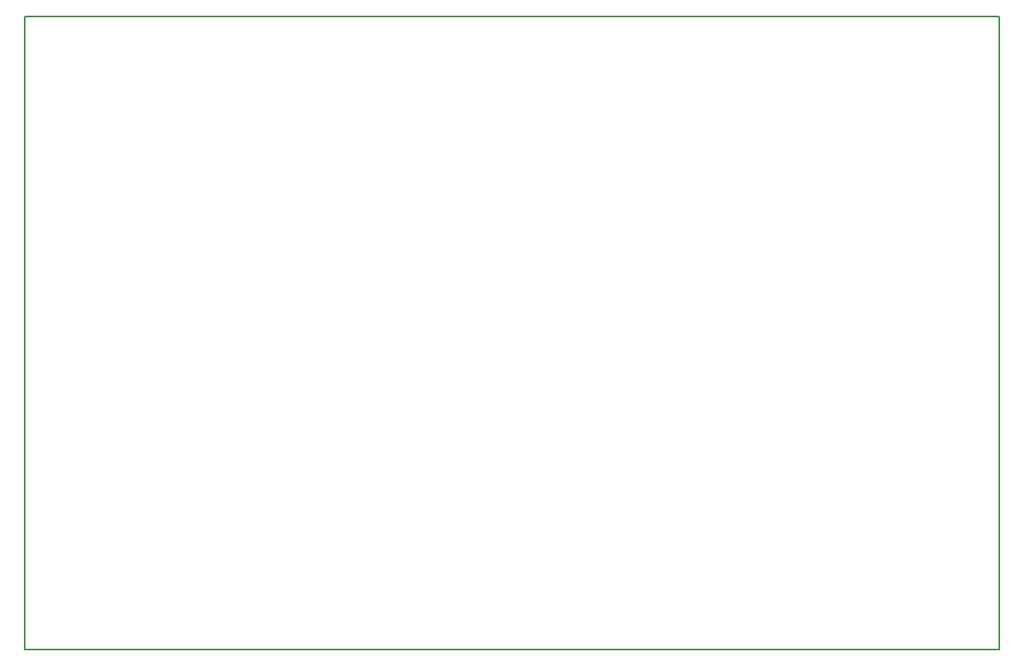
<source format=gbr>
G04 #@! TF.GenerationSoftware,KiCad,Pcbnew,(5.1.5)-3*
G04 #@! TF.CreationDate,2020-08-20T22:06:48-07:00*
G04 #@! TF.ProjectId,teensy4_controller,7465656e-7379-4345-9f63-6f6e74726f6c,rev?*
G04 #@! TF.SameCoordinates,Original*
G04 #@! TF.FileFunction,Other,User*
%FSLAX46Y46*%
G04 Gerber Fmt 4.6, Leading zero omitted, Abs format (unit mm)*
G04 Created by KiCad (PCBNEW (5.1.5)-3) date 2020-08-20 22:06:48*
%MOMM*%
%LPD*%
G04 APERTURE LIST*
%ADD10C,0.150000*%
G04 APERTURE END LIST*
D10*
X50000000Y-85000000D02*
X50000000Y-150000000D01*
X150000000Y-85000000D02*
X50000000Y-85000000D01*
X150000000Y-150000000D02*
X150000000Y-85000000D01*
X50000000Y-150000000D02*
X150000000Y-150000000D01*
M02*

</source>
